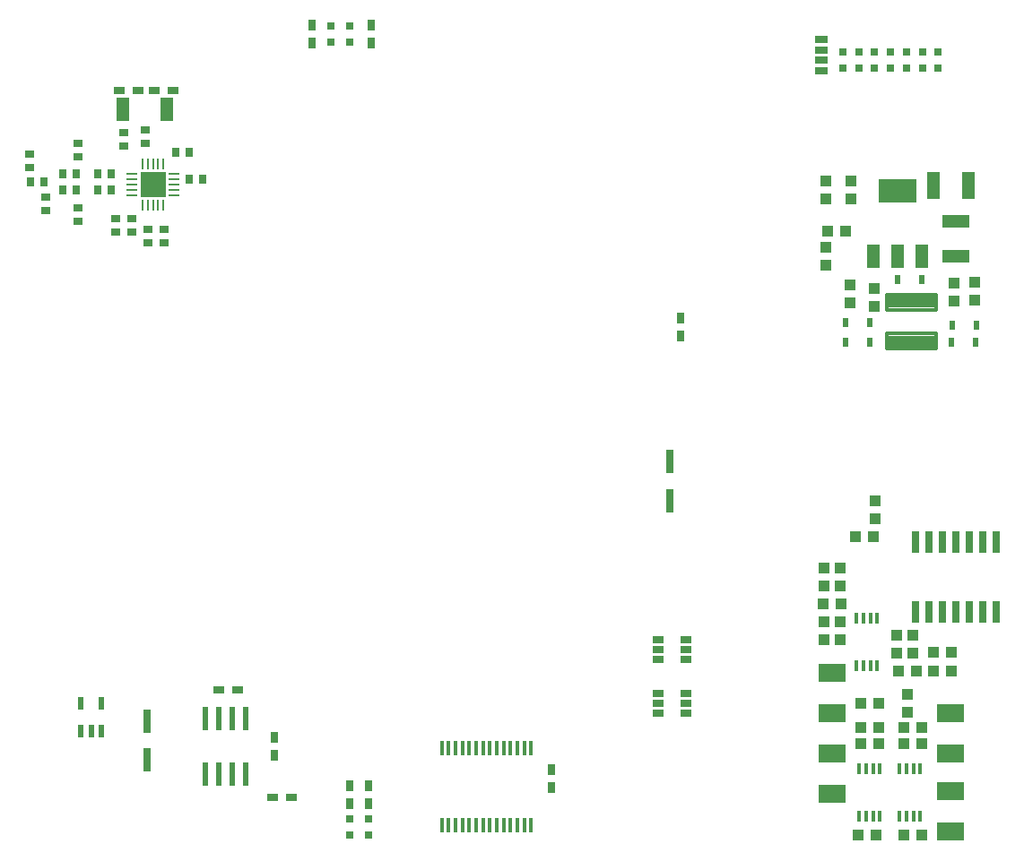
<source format=gtp>
G75*
G70*
%OFA0B0*%
%FSLAX24Y24*%
%IPPOS*%
%LPD*%
%AMOC8*
5,1,8,0,0,1.08239X$1,22.5*
%
%ADD10R,0.0248X0.0327*%
%ADD11R,0.0394X0.0433*%
%ADD12R,0.0984X0.0472*%
%ADD13C,0.0142*%
%ADD14R,0.0480X0.0880*%
%ADD15R,0.1417X0.0866*%
%ADD16R,0.0472X0.0984*%
%ADD17R,0.0433X0.0394*%
%ADD18R,0.0500X0.0260*%
%ADD19R,0.0315X0.0315*%
%ADD20R,0.0157X0.0433*%
%ADD21R,0.0260X0.0800*%
%ADD22R,0.0984X0.0669*%
%ADD23R,0.0236X0.0866*%
%ADD24R,0.0315X0.0394*%
%ADD25R,0.0137X0.0550*%
%ADD26R,0.0394X0.0315*%
%ADD27R,0.0217X0.0472*%
%ADD28R,0.0256X0.0866*%
%ADD29R,0.0394X0.0110*%
%ADD30R,0.0110X0.0394*%
%ADD31R,0.0945X0.0945*%
%ADD32R,0.0512X0.0866*%
%ADD33R,0.0354X0.0276*%
%ADD34R,0.0276X0.0354*%
%ADD35R,0.0394X0.0276*%
D10*
X034697Y019185D03*
X034696Y019916D03*
X035601Y019916D03*
X035603Y019185D03*
X036621Y021515D03*
X037526Y021515D03*
X038670Y019816D03*
X038642Y019173D03*
X039548Y019173D03*
X039576Y019816D03*
D11*
X039494Y020760D03*
X039494Y021429D03*
X038727Y021386D03*
X038727Y020717D03*
X035782Y020533D03*
X035782Y021202D03*
X034871Y021311D03*
X033966Y022067D03*
X033966Y022736D03*
X033981Y024534D03*
X033981Y025204D03*
X034900Y025204D03*
X034900Y024534D03*
X034871Y020642D03*
X035795Y013285D03*
X035795Y012615D03*
X034495Y010785D03*
X033895Y010785D03*
X033895Y010115D03*
X034495Y010115D03*
X034495Y008785D03*
X033895Y008785D03*
X033895Y008115D03*
X034495Y008115D03*
X036595Y008285D03*
X037195Y008285D03*
X037195Y007615D03*
X036595Y007615D03*
X036995Y006085D03*
X036995Y005415D03*
D12*
X038789Y022406D03*
X038789Y023705D03*
D13*
X038057Y020967D02*
X036231Y020967D01*
X038057Y020967D02*
X038057Y020401D01*
X036231Y020401D01*
X036231Y020967D01*
X036231Y020542D02*
X038057Y020542D01*
X038057Y020683D02*
X036231Y020683D01*
X036231Y020824D02*
X038057Y020824D01*
X038057Y020965D02*
X036231Y020965D01*
X036231Y019510D02*
X038057Y019510D01*
X038057Y018944D01*
X036231Y018944D01*
X036231Y019510D01*
X036231Y019085D02*
X038057Y019085D01*
X038057Y019226D02*
X036231Y019226D01*
X036231Y019367D02*
X038057Y019367D01*
X038057Y019508D02*
X036231Y019508D01*
D14*
X036628Y022391D03*
X037538Y022391D03*
X035718Y022391D03*
D15*
X036628Y024831D03*
D16*
X037962Y025022D03*
X039261Y025022D03*
D17*
X034701Y023336D03*
X034031Y023336D03*
X035060Y011950D03*
X035730Y011950D03*
X034530Y009450D03*
X033860Y009450D03*
X036660Y006950D03*
X037330Y006950D03*
X037960Y006950D03*
X038630Y006950D03*
X038630Y007650D03*
X037960Y007650D03*
X035930Y005750D03*
X035260Y005750D03*
X035260Y004850D03*
X035930Y004850D03*
X035930Y004250D03*
X035260Y004250D03*
X036860Y004250D03*
X037530Y004250D03*
X037530Y004850D03*
X036860Y004850D03*
X036860Y000850D03*
X037530Y000850D03*
X035830Y000850D03*
X035160Y000850D03*
D18*
X033811Y029284D03*
X033811Y029678D03*
X033811Y030071D03*
X033811Y030465D03*
D19*
X034599Y029973D03*
X035189Y029973D03*
X035780Y029973D03*
X036370Y029973D03*
X036370Y029382D03*
X035780Y029382D03*
X035189Y029382D03*
X034599Y029382D03*
X036961Y029382D03*
X037552Y029382D03*
X038142Y029382D03*
X038142Y029973D03*
X037552Y029973D03*
X036961Y029973D03*
X016250Y030355D03*
X016250Y030945D03*
X015550Y030945D03*
X015550Y030355D03*
X016250Y001445D03*
X016950Y001445D03*
X016950Y000855D03*
X016250Y000855D03*
D20*
X035111Y007164D03*
X035367Y007164D03*
X035623Y007164D03*
X035879Y007164D03*
X035879Y008936D03*
X035623Y008936D03*
X035367Y008936D03*
X035111Y008936D03*
X035211Y003336D03*
X035467Y003336D03*
X035723Y003336D03*
X035979Y003336D03*
X036711Y003336D03*
X036967Y003336D03*
X037223Y003336D03*
X037479Y003336D03*
X037479Y001564D03*
X037223Y001564D03*
X036967Y001564D03*
X036711Y001564D03*
X035979Y001564D03*
X035723Y001564D03*
X035467Y001564D03*
X035211Y001564D03*
D21*
X037295Y009145D03*
X037795Y009145D03*
X038295Y009145D03*
X038795Y009145D03*
X039295Y009145D03*
X039795Y009145D03*
X040295Y009145D03*
X040295Y011755D03*
X039795Y011755D03*
X039295Y011755D03*
X038795Y011755D03*
X038295Y011755D03*
X037795Y011755D03*
X037295Y011755D03*
D22*
X034195Y006898D03*
X034195Y005402D03*
X034195Y003898D03*
X034195Y002402D03*
X038595Y002498D03*
X038595Y001002D03*
X038595Y003902D03*
X038595Y005398D03*
D23*
X012400Y005174D03*
X011900Y005174D03*
X011400Y005174D03*
X010900Y005174D03*
X010900Y003126D03*
X011400Y003126D03*
X011900Y003126D03*
X012400Y003126D03*
D24*
X013450Y003815D03*
X013450Y004485D03*
X016250Y002685D03*
X016950Y002685D03*
X016950Y002015D03*
X016250Y002015D03*
X023750Y002615D03*
X023750Y003285D03*
X028550Y019415D03*
X028550Y020085D03*
X017050Y030315D03*
X017050Y030985D03*
X014850Y030985D03*
X014850Y030315D03*
D25*
X019687Y004089D03*
X019943Y004089D03*
X020198Y004089D03*
X020454Y004089D03*
X020710Y004089D03*
X020966Y004089D03*
X021222Y004089D03*
X021478Y004089D03*
X021734Y004089D03*
X021990Y004089D03*
X022246Y004089D03*
X022502Y004089D03*
X022757Y004089D03*
X023013Y004089D03*
X023013Y001211D03*
X022757Y001211D03*
X022502Y001211D03*
X022246Y001211D03*
X021990Y001211D03*
X021734Y001211D03*
X021478Y001211D03*
X021222Y001211D03*
X020966Y001211D03*
X020710Y001211D03*
X020454Y001211D03*
X020198Y001211D03*
X019943Y001211D03*
X019687Y001211D03*
D26*
X014085Y002250D03*
X013415Y002250D03*
X012085Y006250D03*
X011415Y006250D03*
X009685Y028550D03*
X009015Y028550D03*
X008385Y028550D03*
X007715Y028550D03*
D27*
X006276Y004738D03*
X006650Y004738D03*
X007024Y004738D03*
X007024Y005762D03*
X006276Y005762D03*
D28*
X008729Y005098D03*
X008729Y003641D03*
X028171Y013302D03*
X028171Y014759D03*
D29*
X009718Y024656D03*
X009718Y024853D03*
X009718Y025050D03*
X009718Y025247D03*
X009718Y025444D03*
X008182Y025444D03*
X008182Y025247D03*
X008182Y025050D03*
X008182Y024853D03*
X008182Y024656D03*
D30*
X008556Y024282D03*
X008753Y024282D03*
X008950Y024282D03*
X009147Y024282D03*
X009344Y024282D03*
X009344Y025818D03*
X009147Y025818D03*
X008950Y025818D03*
X008753Y025818D03*
X008556Y025818D03*
D31*
X008950Y025050D03*
D32*
X009477Y027850D03*
X007823Y027850D03*
D33*
X008650Y027106D03*
X008650Y026594D03*
X007850Y026494D03*
X007850Y027006D03*
X006150Y026606D03*
X006150Y026094D03*
X004350Y026206D03*
X004350Y025694D03*
X004950Y024606D03*
X004950Y024094D03*
X006150Y024206D03*
X006150Y023694D03*
X007550Y023806D03*
X007550Y023294D03*
X008150Y023294D03*
X008150Y023806D03*
X008750Y023406D03*
X009350Y023406D03*
X009350Y022894D03*
X008750Y022894D03*
D34*
X007406Y024850D03*
X006894Y024850D03*
X006894Y025450D03*
X007406Y025450D03*
X006106Y025450D03*
X005594Y025450D03*
X005594Y024850D03*
X006106Y024850D03*
X004906Y025150D03*
X004394Y025150D03*
X009794Y026250D03*
X010306Y026250D03*
X010294Y025250D03*
X010806Y025250D03*
D35*
X027738Y008124D03*
X027738Y007750D03*
X027738Y007376D03*
X028762Y007376D03*
X028762Y007750D03*
X028762Y008124D03*
X028762Y006124D03*
X028762Y005750D03*
X028762Y005376D03*
X027738Y005376D03*
X027738Y005750D03*
X027738Y006124D03*
M02*

</source>
